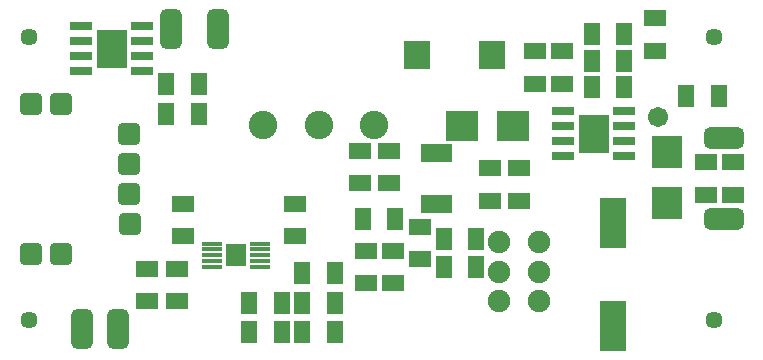
<source format=gts>
%FSLAX44Y44*%
%MOMM*%
G71*
G01*
G75*
G04 Layer_Color=8388736*
%ADD10R,2.5000X2.3000*%
%ADD11R,1.2500X1.7500*%
%ADD12R,2.3000X2.5000*%
%ADD13R,1.7500X1.2500*%
%ADD14R,0.4318X1.4224*%
%ADD15R,2.4130X3.0988*%
%ADD16R,1.7272X0.5334*%
%ADD17R,2.0000X2.2000*%
%ADD18O,1.7000X0.3000*%
%ADD19R,1.5700X1.8800*%
%ADD20R,2.0000X4.1000*%
%ADD21C,0.4000*%
%ADD22C,1.8000*%
%ADD23C,1.2500*%
%ADD24C,0.5080*%
%ADD25C,1.7000*%
%ADD26C,0.3000*%
%ADD27C,0.6000*%
%ADD28C,0.1524*%
%ADD29C,2.2000*%
%ADD30C,1.5000*%
%ADD31C,0.7000*%
%ADD32C,1.2500*%
%ADD33C,0.6500*%
G04:AMPARAMS|DCode=34|XSize=3.2mm|YSize=1.6mm|CornerRadius=0.4mm|HoleSize=0mm|Usage=FLASHONLY|Rotation=90.000|XOffset=0mm|YOffset=0mm|HoleType=Round|Shape=RoundedRectangle|*
%AMROUNDEDRECTD34*
21,1,3.2000,0.8000,0,0,90.0*
21,1,2.4000,1.6000,0,0,90.0*
1,1,0.8000,0.4000,1.2000*
1,1,0.8000,0.4000,-1.2000*
1,1,0.8000,-0.4000,-1.2000*
1,1,0.8000,-0.4000,1.2000*
%
%ADD34ROUNDEDRECTD34*%
G04:AMPARAMS|DCode=35|XSize=3.2mm|YSize=1.6mm|CornerRadius=0.4mm|HoleSize=0mm|Usage=FLASHONLY|Rotation=180.000|XOffset=0mm|YOffset=0mm|HoleType=Round|Shape=RoundedRectangle|*
%AMROUNDEDRECTD35*
21,1,3.2000,0.8000,0,0,180.0*
21,1,2.4000,1.6000,0,0,180.0*
1,1,0.8000,-1.2000,0.4000*
1,1,0.8000,1.2000,0.4000*
1,1,0.8000,1.2000,-0.4000*
1,1,0.8000,-1.2000,-0.4000*
%
%ADD35ROUNDEDRECTD35*%
%ADD36C,1.7000*%
G04:AMPARAMS|DCode=37|XSize=1.6mm|YSize=1.6mm|CornerRadius=0.16mm|HoleSize=0mm|Usage=FLASHONLY|Rotation=180.000|XOffset=0mm|YOffset=0mm|HoleType=Round|Shape=RoundedRectangle|*
%AMROUNDEDRECTD37*
21,1,1.6000,1.2800,0,0,180.0*
21,1,1.2800,1.6000,0,0,180.0*
1,1,0.3200,-0.6400,0.6400*
1,1,0.3200,0.6400,0.6400*
1,1,0.3200,0.6400,-0.6400*
1,1,0.3200,-0.6400,-0.6400*
%
%ADD37ROUNDEDRECTD37*%
%ADD38C,0.8500*%
%ADD39C,1.1000*%
%ADD40C,0.8050*%
%ADD41C,0.8000*%
%ADD42C,0.5000*%
%ADD43C,0.2540*%
%ADD44C,0.0127*%
%ADD45C,0.2000*%
%ADD46C,0.1778*%
%ADD47R,1.3970X0.3810*%
%ADD48R,0.8000X3.0480*%
%ADD49R,0.7000X2.8000*%
%ADD50R,0.4000X2.5000*%
%ADD51R,0.4000X2.2000*%
%ADD52R,0.3000X1.8000*%
%ADD53R,0.2000X1.3000*%
%ADD54R,0.2480X0.8000*%
%ADD55R,3.0000X1.0000*%
%ADD56R,2.8000X0.5000*%
%ADD57R,2.5000X0.4000*%
%ADD58R,2.2000X0.4000*%
%ADD59R,1.8000X0.3000*%
%ADD60R,1.4000X0.2000*%
%ADD61R,0.9000X0.2000*%
%ADD62R,2.7040X2.5040*%
%ADD63R,1.4540X1.9540*%
%ADD64R,2.5040X2.7040*%
%ADD65R,1.9540X1.4540*%
%ADD66R,0.6358X1.6264*%
%ADD67R,1.9312X0.7374*%
%ADD68R,2.2040X2.4040*%
%ADD69O,1.8016X0.4016*%
%ADD70R,1.6716X1.9816*%
%ADD71R,2.2040X4.3040*%
%ADD72C,2.4040*%
%ADD73C,1.7040*%
%ADD74C,0.9040*%
%ADD75C,1.4540*%
%ADD76C,0.7516*%
G04:AMPARAMS|DCode=77|XSize=3.404mm|YSize=1.804mm|CornerRadius=0.502mm|HoleSize=0mm|Usage=FLASHONLY|Rotation=90.000|XOffset=0mm|YOffset=0mm|HoleType=Round|Shape=RoundedRectangle|*
%AMROUNDEDRECTD77*
21,1,3.4040,0.8000,0,0,90.0*
21,1,2.4000,1.8040,0,0,90.0*
1,1,1.0040,0.4000,1.2000*
1,1,1.0040,0.4000,-1.2000*
1,1,1.0040,-0.4000,-1.2000*
1,1,1.0040,-0.4000,1.2000*
%
%ADD77ROUNDEDRECTD77*%
G04:AMPARAMS|DCode=78|XSize=3.404mm|YSize=1.804mm|CornerRadius=0.502mm|HoleSize=0mm|Usage=FLASHONLY|Rotation=180.000|XOffset=0mm|YOffset=0mm|HoleType=Round|Shape=RoundedRectangle|*
%AMROUNDEDRECTD78*
21,1,3.4040,0.8000,0,0,180.0*
21,1,2.4000,1.8040,0,0,180.0*
1,1,1.0040,-1.2000,0.4000*
1,1,1.0040,1.2000,0.4000*
1,1,1.0040,1.2000,-0.4000*
1,1,1.0040,-1.2000,-0.4000*
%
%ADD78ROUNDEDRECTD78*%
%ADD79C,1.9040*%
G04:AMPARAMS|DCode=80|XSize=1.804mm|YSize=1.804mm|CornerRadius=0.262mm|HoleSize=0mm|Usage=FLASHONLY|Rotation=180.000|XOffset=0mm|YOffset=0mm|HoleType=Round|Shape=RoundedRectangle|*
%AMROUNDEDRECTD80*
21,1,1.8040,1.2800,0,0,180.0*
21,1,1.2800,1.8040,0,0,180.0*
1,1,0.5240,-0.6400,0.6400*
1,1,0.5240,0.6400,0.6400*
1,1,0.5240,0.6400,-0.6400*
1,1,0.5240,-0.6400,-0.6400*
%
%ADD80ROUNDEDRECTD80*%
G36*
X112700Y119874D02*
Y115874D01*
Y112000D01*
Y108000D01*
Y104126D01*
Y100126D01*
Y93871D01*
X87300D01*
Y100126D01*
Y104126D01*
Y108000D01*
Y112000D01*
Y115874D01*
Y119874D01*
Y126129D01*
X112700D01*
Y119874D01*
D02*
G37*
G36*
X520700Y47974D02*
Y43974D01*
Y40100D01*
Y36100D01*
Y32226D01*
Y28226D01*
Y21971D01*
X495300D01*
Y28226D01*
Y32226D01*
Y36100D01*
Y40100D01*
Y43974D01*
Y47974D01*
Y54229D01*
X520700D01*
Y47974D01*
D02*
G37*
%LPC*%
G36*
X517874Y40100D02*
X513874D01*
Y36100D01*
X517874D01*
Y40100D01*
D02*
G37*
G36*
X510000D02*
X506000D01*
Y36100D01*
X510000D01*
Y40100D01*
D02*
G37*
G36*
Y47974D02*
X506000D01*
Y43974D01*
X510000D01*
Y47974D01*
D02*
G37*
G36*
X502126D02*
X498126D01*
Y43974D01*
X502126D01*
Y47974D01*
D02*
G37*
G36*
Y40100D02*
X498126D01*
Y36100D01*
X502126D01*
Y40100D01*
D02*
G37*
G36*
Y32226D02*
X498126D01*
Y28226D01*
X502126D01*
Y32226D01*
D02*
G37*
G36*
X109874Y119874D02*
X105874D01*
Y115874D01*
X109874D01*
Y119874D01*
D02*
G37*
G36*
X517874Y32226D02*
X513874D01*
Y28226D01*
X517874D01*
Y32226D01*
D02*
G37*
G36*
X510000D02*
X506000D01*
Y28226D01*
X510000D01*
Y32226D01*
D02*
G37*
G36*
X102000Y112000D02*
X98000D01*
Y108000D01*
X102000D01*
Y112000D01*
D02*
G37*
G36*
X94126D02*
X90126D01*
Y108000D01*
X94126D01*
Y112000D01*
D02*
G37*
G36*
Y119874D02*
X90126D01*
Y115874D01*
X94126D01*
Y119874D01*
D02*
G37*
G36*
X109874Y112000D02*
X105874D01*
Y108000D01*
X109874D01*
Y112000D01*
D02*
G37*
G36*
Y104126D02*
X105874D01*
Y100126D01*
X109874D01*
Y104126D01*
D02*
G37*
G36*
X102000Y119874D02*
X98000D01*
Y115874D01*
X102000D01*
Y119874D01*
D02*
G37*
G36*
X517874Y47974D02*
X513874D01*
Y43974D01*
X517874D01*
Y47974D01*
D02*
G37*
G36*
X102000Y104126D02*
X98000D01*
Y100126D01*
X102000D01*
Y104126D01*
D02*
G37*
G36*
X94126D02*
X90126D01*
Y100126D01*
X94126D01*
Y104126D01*
D02*
G37*
%LPD*%
D62*
X439330Y44450D02*
D03*
X396330D02*
D03*
D63*
X216250Y-130000D02*
D03*
X243750D02*
D03*
X216250Y-105000D02*
D03*
X243750D02*
D03*
X533750Y122500D02*
D03*
X506250D02*
D03*
X586250Y70000D02*
D03*
X613750D02*
D03*
X533750Y100000D02*
D03*
X506250D02*
D03*
X533750Y77500D02*
D03*
X506250D02*
D03*
X261250Y-80000D02*
D03*
X288750D02*
D03*
Y-105000D02*
D03*
X261250D02*
D03*
X288750Y-130000D02*
D03*
X261250D02*
D03*
X146250Y55000D02*
D03*
X173750D02*
D03*
X340140Y-34290D02*
D03*
X312640D02*
D03*
X408720Y-74930D02*
D03*
X381220D02*
D03*
X408720Y-50800D02*
D03*
X381220D02*
D03*
X173750Y80000D02*
D03*
X146250D02*
D03*
D64*
X570230Y22770D02*
D03*
Y-20230D02*
D03*
D65*
X560070Y108170D02*
D03*
Y135670D02*
D03*
X458470Y107730D02*
D03*
Y80230D02*
D03*
X626110Y13750D02*
D03*
Y-13750D02*
D03*
X603250Y13750D02*
D03*
Y-13750D02*
D03*
X481330Y80230D02*
D03*
Y107730D02*
D03*
X255000Y-21250D02*
D03*
Y-48750D02*
D03*
X160000Y-48750D02*
D03*
Y-21250D02*
D03*
X155000Y-103750D02*
D03*
Y-76250D02*
D03*
X130000Y-76250D02*
D03*
Y-103750D02*
D03*
X360680Y-40860D02*
D03*
Y-68360D02*
D03*
X310000Y23750D02*
D03*
Y-3750D02*
D03*
X335000Y23750D02*
D03*
Y-3750D02*
D03*
X445000Y8750D02*
D03*
Y-18750D02*
D03*
X420000Y8750D02*
D03*
Y-18750D02*
D03*
X315000Y-61250D02*
D03*
Y-88750D02*
D03*
X337820Y-61180D02*
D03*
Y-88680D02*
D03*
D66*
X365250Y21717D02*
D03*
X371750D02*
D03*
X378250D02*
D03*
X384750D02*
D03*
Y-21717D02*
D03*
X378250D02*
D03*
X371750D02*
D03*
X365250D02*
D03*
D67*
X533908Y57150D02*
D03*
Y44450D02*
D03*
Y31750D02*
D03*
Y19050D02*
D03*
X482092D02*
D03*
Y31750D02*
D03*
Y44450D02*
D03*
Y57150D02*
D03*
X125908Y129050D02*
D03*
Y116350D02*
D03*
Y103650D02*
D03*
Y90950D02*
D03*
X74092D02*
D03*
Y103650D02*
D03*
Y116350D02*
D03*
Y129050D02*
D03*
D68*
X422000Y105000D02*
D03*
X358000D02*
D03*
D69*
X184500Y-55000D02*
D03*
Y-60000D02*
D03*
Y-65000D02*
D03*
Y-70000D02*
D03*
Y-75000D02*
D03*
X225500D02*
D03*
Y-70000D02*
D03*
Y-65000D02*
D03*
Y-60000D02*
D03*
Y-55000D02*
D03*
D70*
X205000Y-65000D02*
D03*
D71*
X524510Y-124780D02*
D03*
Y-37780D02*
D03*
D72*
X322000Y45000D02*
D03*
X275000D02*
D03*
X228000D02*
D03*
D73*
X562610Y52070D02*
D03*
D74*
X515874Y45974D02*
D03*
Y38100D02*
D03*
Y30226D02*
D03*
X508000Y45974D02*
D03*
Y38100D02*
D03*
Y30226D02*
D03*
X500126Y45974D02*
D03*
Y38100D02*
D03*
Y30226D02*
D03*
X107874Y117874D02*
D03*
Y110000D02*
D03*
Y102126D02*
D03*
X100000Y117874D02*
D03*
Y110000D02*
D03*
Y102126D02*
D03*
X92126Y117874D02*
D03*
Y110000D02*
D03*
Y102126D02*
D03*
D75*
X30000Y120000D02*
D03*
Y-120000D02*
D03*
X610000D02*
D03*
Y120000D02*
D03*
D76*
X205000Y-65000D02*
D03*
X209500Y-59000D02*
D03*
Y-71000D02*
D03*
X200500D02*
D03*
Y-59000D02*
D03*
D77*
X75000Y-127000D02*
D03*
X105000D02*
D03*
X150000Y127000D02*
D03*
X190000D02*
D03*
D78*
X618110Y-34290D02*
D03*
Y34290D02*
D03*
D79*
X427500Y-78740D02*
D03*
Y-53740D02*
D03*
Y-103740D02*
D03*
X461500Y-78740D02*
D03*
Y-53740D02*
D03*
Y-103740D02*
D03*
D80*
X114300Y38100D02*
D03*
X115570Y-38100D02*
D03*
X57200Y-63500D02*
D03*
X57150Y63500D02*
D03*
X114300Y-12700D02*
D03*
Y12700D02*
D03*
X31800Y63500D02*
D03*
X31750Y-63500D02*
D03*
M02*

</source>
